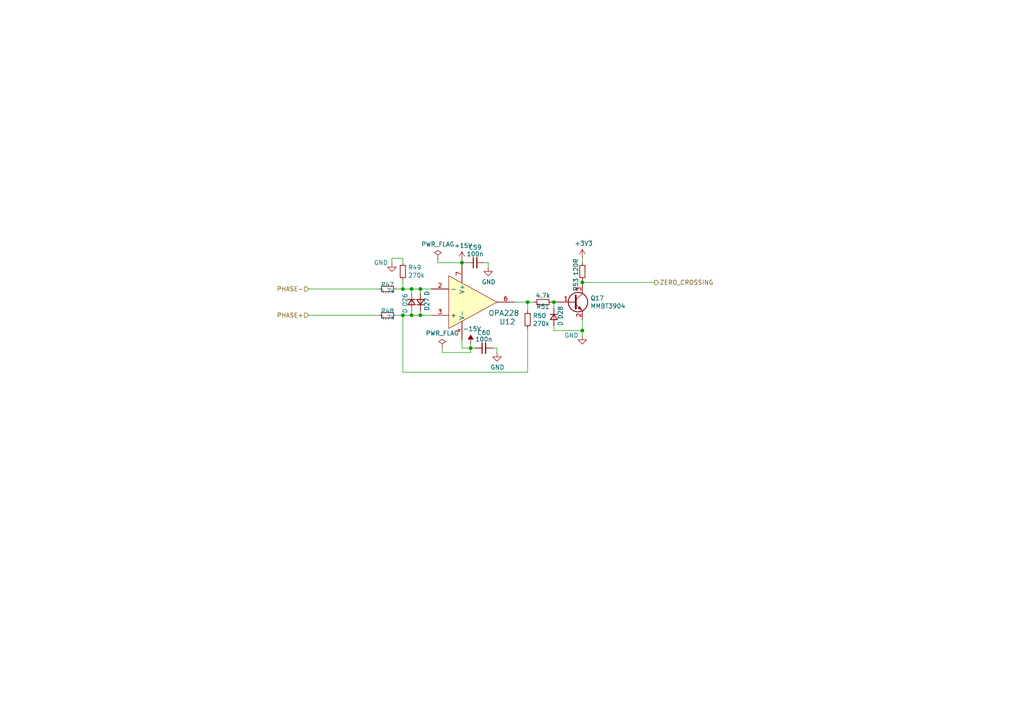
<source format=kicad_sch>
(kicad_sch (version 20200506) (host eeschema "5.99.0-unknown-1f9723c~101~ubuntu18.04.1")
  (page "A4")
  (lib_symbols
    (symbol "Device:C_Small" (pin_numbers hide) (pin_names (offset 0.254) hide)
      (property "Reference" "C" (at 0.254 1.778 0))
      (property "Value" "C_Small" (at 0.254 -2.032 0))
      (symbol "C_Small_0_1"
        (polyline (pts (xy -1.524 -0.508) (xy 1.524 -0.508)) (stroke (width 0.3302)))
        (polyline (pts (xy -1.524 0.508) (xy 1.524 0.508)) (stroke (width 0.3048)))
      )
      (symbol "C_Small_1_1"
        (pin passive line (at 0 2.54 270) (length 2.032) (name "~") (number "1"))
        (pin passive line (at 0 -2.54 90) (length 2.032) (name "~") (number "2"))
      )
    )
    (symbol "Device:D_Small" (pin_numbers hide) (pin_names (offset 0.254) hide)
      (property "Reference" "D" (at -1.27 2.032 0))
      (property "Value" "D_Small" (at -3.81 -2.032 0))
      (symbol "D_Small_0_1"
        (polyline (pts (xy -0.762 -1.016) (xy -0.762 1.016)) (stroke (width 0.254)))
        (polyline (pts (xy -0.762 0) (xy 0.762 0)))
        (polyline (pts (xy 0.762 -1.016) (xy -0.762 0) (xy 0.762 1.016) (xy 0.762 -1.016)) (stroke (width 0.254)))
      )
      (symbol "D_Small_1_1"
        (pin passive line (at -2.54 0 0) (length 1.778) (name "K") (number "1"))
        (pin passive line (at 2.54 0 180) (length 1.778) (name "A") (number "2"))
      )
    )
    (symbol "Device:D_Small_1" (pin_numbers hide) (pin_names (offset 0.254) hide)
      (property "Reference" "D" (at -1.27 2.032 0))
      (property "Value" "D_Small" (at -3.81 -2.032 0))
      (symbol "D_Small_1_0_1"
        (polyline (pts (xy -0.762 -1.016) (xy -0.762 1.016)) (stroke (width 0.254)))
        (polyline (pts (xy -0.762 0) (xy 0.762 0)))
        (polyline (pts (xy 0.762 -1.016) (xy -0.762 0) (xy 0.762 1.016) (xy 0.762 -1.016)) (stroke (width 0.254)))
      )
      (symbol "D_Small_1_1_1"
        (pin passive line (at -2.54 0 0) (length 1.778) (name "K") (number "1"))
        (pin passive line (at 2.54 0 180) (length 1.778) (name "A") (number "2"))
      )
    )
    (symbol "Device:D_Small_3" (pin_numbers hide) (pin_names (offset 0.254) hide)
      (property "Reference" "D" (at -1.27 2.032 0))
      (property "Value" "D_Small" (at -3.81 -2.032 0))
      (symbol "D_Small_3_0_1"
        (polyline (pts (xy -0.762 -1.016) (xy -0.762 1.016)) (stroke (width 0.254)))
        (polyline (pts (xy -0.762 0) (xy 0.762 0)))
        (polyline (pts (xy 0.762 -1.016) (xy -0.762 0) (xy 0.762 1.016) (xy 0.762 -1.016)) (stroke (width 0.254)))
      )
      (symbol "D_Small_3_1_1"
        (pin passive line (at -2.54 0 0) (length 1.778) (name "K") (number "1"))
        (pin passive line (at 2.54 0 180) (length 1.778) (name "A") (number "2"))
      )
    )
    (symbol "Device:R_Small" (pin_numbers hide) (pin_names (offset 0.254) hide)
      (property "Reference" "R" (at 0.762 0.508 0))
      (property "Value" "R_Small" (at 0.762 -1.016 0))
      (symbol "R_Small_0_1"
        (rectangle (start -0.762 1.778) (end 0.762 -1.778) (stroke (width 0.2032)))
      )
      (symbol "R_Small_1_1"
        (pin passive line (at 0 2.54 270) (length 0.762) (name "~") (number "1"))
        (pin passive line (at 0 -2.54 90) (length 0.762) (name "~") (number "2"))
      )
    )
    (symbol "Device:R_Small_1" (pin_numbers hide) (pin_names (offset 0.254) hide)
      (property "Reference" "R" (at 0.762 0.508 0))
      (property "Value" "R_Small" (at 0.762 -1.016 0))
      (symbol "R_Small_1_0_1"
        (rectangle (start -0.762 1.778) (end 0.762 -1.778) (stroke (width 0.2032)))
      )
      (symbol "R_Small_1_1_1"
        (pin passive line (at 0 2.54 270) (length 0.762) (name "~") (number "1"))
        (pin passive line (at 0 -2.54 90) (length 0.762) (name "~") (number "2"))
      )
    )
    (symbol "Transistor_BJT:MMBT3904" (pin_names (offset 0) hide)
      (property "Reference" "Q" (at 5.08 1.905 0))
      (property "Value" "MMBT3904" (at 5.08 0 0))
      (symbol "MMBT3904_0_1"
        (circle (center 1.27 0) (radius 2.8194) (stroke (width 0.254)))
        (polyline (pts (xy 0.635 0.635) (xy 2.54 2.54)))
        (polyline (pts (xy 0.635 -0.635) (xy 2.54 -2.54) (xy 2.54 -2.54)))
        (polyline (pts (xy 0.635 1.905) (xy 0.635 -1.905) (xy 0.635 -1.905)) (stroke (width 0.508)))
        (polyline (pts (xy 1.27 -1.778) (xy 1.778 -1.27) (xy 2.286 -2.286) (xy 1.27 -1.778) (xy 1.27 -1.778)) (fill (type outline)))
      )
      (symbol "MMBT3904_1_1"
        (pin input line (at -5.08 0 0) (length 5.715) (name "B") (number "1"))
        (pin passive line (at 2.54 -5.08 90) (length 2.54) (name "E") (number "2"))
        (pin passive line (at 2.54 5.08 270) (length 2.54) (name "C") (number "3"))
      )
    )
    (symbol "oe_opamp:OPA228"
      (property "Reference" "U" (at 7.62 4.445 0))
      (property "Value" "OPA228" (at 7.62 6.985 0))
      (symbol "OPA228_0_1"
        (polyline (pts (xy -5.715 7.62) (xy -5.715 -7.62) (xy 8.255 0) (xy -5.715 7.62)) (fill (type background)))
      )
      (symbol "OPA228_1_1"
        (pin input line (at -10.795 3.81 0) (length 5.08) (name "-") (number "2"))
        (pin input line (at -10.795 -3.81 0) (length 5.08) (name "+") (number "3"))
        (pin power_in line (at -1.905 -10.795 90) (length 5.08) (name "V-") (number "4"))
        (pin output line (at 13.335 0 180) (length 5.08) (name "~") (number "6"))
        (pin power_in line (at -1.905 10.795 270) (length 5.08) (name "V+") (number "7"))
      )
    )
    (symbol "power:+15V" (power) (pin_names (offset 0))
      (property "Value" "+15V" (at 0 3.556 0))
      (symbol "+15V_0_1"
        (polyline (pts (xy -0.762 1.27) (xy 0 2.54)))
        (polyline (pts (xy 0 0) (xy 0 2.54)))
        (polyline (pts (xy 0 2.54) (xy 0.762 1.27)))
      )
      (symbol "+15V_1_1"
        (pin power_in line (at 0 0 90) (length 0) (name "+15V") (number "1") hide)
      )
    )
    (symbol "power:+3V3" (power) (pin_names (offset 0))
      (property "Value" "+3V3" (at 0 3.556 0))
      (symbol "+3V3_0_1"
        (polyline (pts (xy -0.762 1.27) (xy 0 2.54)))
        (polyline (pts (xy 0 0) (xy 0 2.54)))
        (polyline (pts (xy 0 2.54) (xy 0.762 1.27)))
      )
      (symbol "+3V3_1_1"
        (pin power_in line (at 0 0 90) (length 0) (name "+3V3") (number "1") hide)
      )
    )
    (symbol "power:-15V" (power) (pin_names (offset 0))
      (property "Value" "-15V" (at 0 3.81 0))
      (symbol "-15V_0_1"
        (polyline (pts (xy 0 0) (xy 0 1.27) (xy 0.762 1.27) (xy 0 2.54) (xy -0.762 1.27) (xy 0 1.27)) (fill (type outline)))
      )
      (symbol "-15V_0_0"
        (pin power_in line (at 0 0 90) (length 0) (name "-15V") (number "1") hide)
      )
    )
    (symbol "power:GND" (power) (pin_names (offset 0))
      (property "Value" "GND" (at 0 -3.81 0))
      (symbol "GND_0_1"
        (polyline (pts (xy 0 0) (xy 0 -1.27) (xy 1.27 -1.27) (xy 0 -2.54) (xy -1.27 -1.27) (xy 0 -1.27)))
      )
      (symbol "GND_1_1"
        (pin power_in line (at 0 0 270) (length 0) (name "GND") (number "1") hide)
      )
    )
    (symbol "power:PWR_FLAG" (power) (pin_numbers hide) (pin_names (offset 0) hide)
      (property "Value" "PWR_FLAG" (at 0 3.81 0))
      (symbol "PWR_FLAG_0_1"
        (polyline (pts (xy 0 0) (xy 0 1.27) (xy -1.016 1.905) (xy 0 2.54) (xy 1.016 1.905) (xy 0 1.27)))
      )
      (symbol "PWR_FLAG_0_0"
        (pin power_out line (at 0 0 90) (length 0) (name "pwr") (number "1"))
      )
    )
  )
  (junction (at 168.91 95.885))
  (junction (at 133.985 76.2))
  (junction (at 116.84 83.82))
  (junction (at 119.38 83.82))
  (junction (at 121.92 83.82))
  (junction (at 121.92 91.44))
  (junction (at 153.035 87.63))
  (junction (at 119.38 91.44))
  (junction (at 168.91 81.915))
  (junction (at 160.655 87.63))
  (junction (at 116.84 91.44))
  (junction (at 136.525 100.965))
  (wire (pts (xy 89.535 83.82) (xy 109.855 83.82)))
  (wire (pts (xy 89.535 91.44) (xy 109.855 91.44)))
  (wire (pts (xy 113.665 74.93) (xy 116.84 74.93)))
  (wire (pts (xy 113.665 76.2) (xy 113.665 74.93)))
  (wire (pts (xy 114.935 83.82) (xy 116.84 83.82)))
  (wire (pts (xy 114.935 91.44) (xy 116.84 91.44)))
  (wire (pts (xy 116.84 74.93) (xy 116.84 76.2)))
  (wire (pts (xy 116.84 81.28) (xy 116.84 83.82)))
  (wire (pts (xy 116.84 83.82) (xy 119.38 83.82)))
  (wire (pts (xy 116.84 91.44) (xy 116.84 107.95)))
  (wire (pts (xy 116.84 91.44) (xy 119.38 91.44)))
  (wire (pts (xy 116.84 107.95) (xy 153.035 107.95)))
  (wire (pts (xy 119.38 83.82) (xy 119.38 85.09)))
  (wire (pts (xy 119.38 83.82) (xy 121.92 83.82)))
  (wire (pts (xy 119.38 90.17) (xy 119.38 91.44)))
  (wire (pts (xy 119.38 91.44) (xy 121.92 91.44)))
  (wire (pts (xy 121.92 83.82) (xy 121.92 85.09)))
  (wire (pts (xy 121.92 83.82) (xy 125.095 83.82)))
  (wire (pts (xy 121.92 90.17) (xy 121.92 91.44)))
  (wire (pts (xy 121.92 91.44) (xy 125.095 91.44)))
  (wire (pts (xy 127 75.184) (xy 127 76.2)))
  (wire (pts (xy 127 76.2) (xy 133.985 76.2)))
  (wire (pts (xy 128.27 100.965) (xy 128.27 102.235)))
  (wire (pts (xy 128.27 102.235) (xy 136.525 102.235)))
  (wire (pts (xy 133.985 75.565) (xy 133.985 76.2)))
  (wire (pts (xy 133.985 76.2) (xy 133.985 76.835)))
  (wire (pts (xy 133.985 76.2) (xy 135.255 76.2)))
  (wire (pts (xy 133.985 98.425) (xy 133.985 100.965)))
  (wire (pts (xy 133.985 100.965) (xy 136.525 100.965)))
  (wire (pts (xy 136.525 100.965) (xy 136.525 99.695)))
  (wire (pts (xy 136.525 100.965) (xy 137.795 100.965)))
  (wire (pts (xy 136.525 102.235) (xy 136.525 100.965)))
  (wire (pts (xy 140.335 76.2) (xy 141.605 76.2)))
  (wire (pts (xy 141.605 76.2) (xy 141.605 77.47)))
  (wire (pts (xy 142.875 100.965) (xy 144.145 100.965)))
  (wire (pts (xy 144.145 100.965) (xy 144.145 102.235)))
  (wire (pts (xy 149.225 87.63) (xy 153.035 87.63)))
  (wire (pts (xy 153.035 87.63) (xy 154.94 87.63)))
  (wire (pts (xy 153.035 90.17) (xy 153.035 87.63)))
  (wire (pts (xy 153.035 107.95) (xy 153.035 95.25)))
  (wire (pts (xy 160.02 87.63) (xy 160.655 87.63)))
  (wire (pts (xy 160.655 87.63) (xy 160.655 89.408)))
  (wire (pts (xy 160.655 87.63) (xy 161.29 87.63)))
  (wire (pts (xy 160.655 94.488) (xy 160.655 95.885)))
  (wire (pts (xy 160.655 95.885) (xy 168.91 95.885)))
  (wire (pts (xy 168.91 74.93) (xy 168.91 76.2)))
  (wire (pts (xy 168.91 81.28) (xy 168.91 81.915)))
  (wire (pts (xy 168.91 81.915) (xy 168.91 82.55)))
  (wire (pts (xy 168.91 81.915) (xy 189.865 81.915)))
  (wire (pts (xy 168.91 92.71) (xy 168.91 95.885)))
  (wire (pts (xy 168.91 95.885) (xy 168.91 97.282)))
  (hierarchical_label "PHASE-" (shape input) (at 89.535 83.82 180))
  (hierarchical_label "PHASE+" (shape input) (at 89.535 91.44 180))
  (hierarchical_label "ZERO_CROSSING" (shape output) (at 189.865 81.915 0))
  (symbol (lib_id "power:PWR_FLAG") (at 127 75.184 0) (unit 1)
    (property "Reference" "#FLG0123" (effects hide))
    (property "Value" "PWR_FLAG" (at 127 70.8596 0))
  )
  (symbol (lib_id "power:PWR_FLAG") (at 128.27 100.965 0) (unit 1)
    (property "Reference" "#FLG0122" (effects hide))
    (property "Value" "PWR_FLAG" (at 128.27 96.647 0))
  )
  (symbol (lib_id "power:+15V") (at 133.985 75.565 0) (unit 1)
    (property "Reference" "#PWR059" (effects hide))
    (property "Value" "+15V" (at 134.366 71.247 0))
  )
  (symbol (lib_id "power:-15V") (at 136.525 99.695 0) (unit 1)
    (property "Reference" "#PWR060" (effects hide))
    (property "Value" "-15V" (at 136.906 95.377 0))
  )
  (symbol (lib_id "power:+3V3") (at 168.91 74.93 0) (unit 1)
    (property "Reference" "#PWR064" (effects hide))
    (property "Value" "+3V3" (at 169.2783 70.6056 0))
  )
  (symbol (lib_id "power:GND") (at 113.665 76.2 0) (unit 1)
    (property "Reference" "#PWR058" (effects hide))
    (property "Value" "GND" (at 110.49 76.2 0))
  )
  (symbol (lib_id "power:GND") (at 141.605 77.47 0) (unit 1)
    (property "Reference" "#PWR061" (effects hide))
    (property "Value" "GND" (at 141.732 81.788 0))
  )
  (symbol (lib_id "power:GND") (at 144.145 102.235 0) (unit 1)
    (property "Reference" "#PWR062" (effects hide))
    (property "Value" "GND" (at 144.272 106.553 0))
  )
  (symbol (lib_id "power:GND") (at 168.91 97.282 0) (unit 1)
    (property "Reference" "#PWR065" (effects hide))
    (property "Value" "GND" (at 165.735 97.282 0))
  )
  (symbol (lib_id "Device:R_Small") (at 112.395 83.82 90) (unit 1)
    (property "Reference" "R47" (at 112.395 82.55 90))
    (property "Value" "4.7k" (at 112.395 84.455 90))
    (property "Footprint" "Resistor_SMD:R_0805_2012Metric_Pad1.15x1.40mm_HandSolder" (effects hide))
    (property "Link" "https://ozdisan.com/passive-components/resistors/smt-smd-and-chip-resistors/0805S8F4701T5E" (effects hide))
    (property "Price" "0.01955TL" (effects hide))
  )
  (symbol (lib_id "Device:R_Small") (at 112.395 91.44 90) (unit 1)
    (property "Reference" "R48" (at 112.395 90.17 90))
    (property "Value" "4.7k" (at 112.395 92.075 90))
    (property "Footprint" "Resistor_SMD:R_0805_2012Metric_Pad1.15x1.40mm_HandSolder" (effects hide))
    (property "Link" "https://ozdisan.com/passive-components/resistors/smt-smd-and-chip-resistors/0805S8F4701T5E" (effects hide))
    (property "Price" "0.01955TL" (effects hide))
  )
  (symbol (lib_id "Device:R_Small") (at 116.84 78.74 180) (unit 1)
    (property "Reference" "R49" (at 118.3386 77.597 0) (effects (justify right)))
    (property "Value" "270k" (at 118.3386 79.883 0) (effects (justify right)))
    (property "Footprint" "Resistor_SMD:R_0805_2012Metric_Pad1.15x1.40mm_HandSolder" (effects hide))
    (property "Link" "https://ozdisan.com/passive-components/resistors/smt-smd-and-chip-resistors/0805S8F2703T5E" (effects hide))
    (property "Price" "0.01955TL" (effects hide))
  )
  (symbol (lib_id "Device:R_Small") (at 153.035 92.71 180) (unit 1)
    (property "Reference" "R50" (at 154.5336 91.567 0) (effects (justify right)))
    (property "Value" "270k" (at 154.5336 93.853 0) (effects (justify right)))
    (property "Footprint" "Resistor_SMD:R_0805_2012Metric_Pad1.15x1.40mm_HandSolder" (effects hide))
    (property "Link" "https://ozdisan.com/passive-components/resistors/smt-smd-and-chip-resistors/0805S8F2703T5E" (effects hide))
    (property "Price" "0.01955TL" (effects hide))
  )
  (symbol (lib_id "Device:R_Small") (at 157.48 87.63 270) (unit 1)
    (property "Reference" "R51" (at 157.48 88.9 90))
    (property "Value" "4.7k" (at 157.48 85.725 90))
    (property "Footprint" "Resistor_SMD:R_0805_2012Metric_Pad1.15x1.40mm_HandSolder" (effects hide))
    (property "Link" "https://ozdisan.com/passive-components/resistors/smt-smd-and-chip-resistors/0805S8F4701T5E" (effects hide))
    (property "Price" "0.01955TL" (effects hide))
  )
  (symbol (lib_name "Device:R_Small_1") (lib_id "Device:R_Small") (at 168.91 78.74 0) (mirror x) (unit 1)
    (property "Reference" "R53" (at 167.005 82.55 90))
    (property "Value" "120R" (at 167.005 77.47 90))
    (property "Footprint" "Resistor_SMD:R_0805_2012Metric_Pad1.15x1.40mm_HandSolder" (effects hide))
    (property "Link" "https://ozdisan.com/passive-components/resistors/smt-smd-and-chip-resistors/0805S8J0121T5E" (effects hide))
    (property "Price" "0.01492TL" (effects hide))
  )
  (symbol (lib_id "Device:D_Small") (at 119.38 87.63 90) (mirror x) (unit 1)
    (property "Reference" "D26" (at 117.475 86.995 0))
    (property "Value" "D" (at 117.475 90.17 0))
    (property "Footprint" "Diode_SMD:D_MiniMELF" (effects hide))
    (property "Link" "https://ozdisan.com/power-semiconductors/diodes-diode-modules-and-rectifiers/general-purpose-diodes/LL4148-HT" (effects hide))
    (property "Price" "0.06634TL" (effects hide))
  )
  (symbol (lib_name "Device:D_Small_3") (lib_id "Device:D_Small") (at 121.92 87.63 270) (mirror x) (unit 1)
    (property "Reference" "D27" (at 123.825 88.265 0))
    (property "Value" "D" (at 123.825 85.09 0))
    (property "Footprint" "Diode_SMD:D_MiniMELF" (effects hide))
    (property "Link" "https://ozdisan.com/power-semiconductors/diodes-diode-modules-and-rectifiers/general-purpose-diodes/LL4148-HT" (effects hide))
    (property "Price" "0.06634TL" (effects hide))
  )
  (symbol (lib_name "Device:D_Small_1") (lib_id "Device:D_Small") (at 160.655 91.948 90) (mirror x) (unit 1)
    (property "Reference" "D28" (at 162.56 90.678 0))
    (property "Value" "D" (at 162.56 93.853 0))
    (property "Footprint" "Diode_SMD:D_MiniMELF" (effects hide))
    (property "Link" "https://ozdisan.com/power-semiconductors/diodes-diode-modules-and-rectifiers/general-purpose-diodes/LL4148-HT" (effects hide))
    (property "Price" "0.06634TL" (effects hide))
  )
  (symbol (lib_id "Device:C_Small") (at 137.795 76.2 90) (unit 1)
    (property "Reference" "C59" (at 137.795 71.755 90))
    (property "Value" "100n" (at 137.795 73.66 90))
    (property "Footprint" "Capacitor_SMD:C_0805_2012Metric_Pad1.15x1.40mm_HandSolder" (effects hide))
    (property "Link" "https://ozdisan.com/passive-components/capacitors/smt-smd-and-mlcc-capacitors/CL21B104KBFWPNE" (effects hide))
    (property "Price" "0.10509TL" (effects hide))
  )
  (symbol (lib_id "Device:C_Small") (at 140.335 100.965 90) (unit 1)
    (property "Reference" "C60" (at 140.335 96.52 90))
    (property "Value" "100n" (at 140.335 98.425 90))
    (property "Footprint" "Capacitor_SMD:C_0805_2012Metric_Pad1.15x1.40mm_HandSolder" (effects hide))
    (property "Link" "https://ozdisan.com/passive-components/capacitors/smt-smd-and-mlcc-capacitors/CL21B104KBFWPNE" (effects hide))
    (property "Price" "0.10509TL" (effects hide))
  )
  (symbol (lib_id "Transistor_BJT:MMBT3904") (at 166.37 87.63 0) (unit 1)
    (property "Reference" "Q17" (at 171.2214 86.487 0) (effects (justify left)))
    (property "Value" "MMBT3904" (at 171.2214 88.773 0) (effects (justify left)))
    (property "Footprint" "Package_TO_SOT_SMD:SOT-23" (effects hide))
    (property "Datasheet" "https://www.fairchildsemi.com/datasheets/2N/2N3904.pdf" (effects hide))
    (property "Link" "https://ozdisan.com/Product/Detail/451907/MMBT3904LT1G" (effects hide))
    (property "Price" "0.13033TL" (effects hide))
  )
  (symbol (lib_id "oe_opamp:OPA228") (at 135.89 87.63 0) (unit 1)
    (property "Reference" "U12" (at 144.78 93.345 0) (effects (font (size 1.524 1.524)) (justify left)))
    (property "Value" "OPA228" (at 141.605 90.805 0) (effects (font (size 1.524 1.524)) (justify left)))
    (property "Footprint" "Package_SO:SOIC-8_3.9x4.9mm_P1.27mm" (effects hide))
    (property "Link" "https://ozdisan.com/Product/Detail/470582/OPA228UA" (effects hide))
    (property "Price" "13.83TL" (effects hide))
  )
)
</source>
